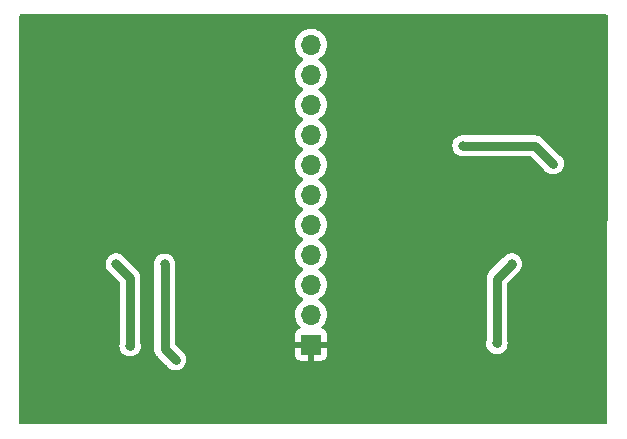
<source format=gbr>
%TF.GenerationSoftware,KiCad,Pcbnew,7.0.2*%
%TF.CreationDate,2023-12-17T17:40:19-05:00*%
%TF.ProjectId,AntSniffer,416e7453-6e69-4666-9665-722e6b696361,rev?*%
%TF.SameCoordinates,Original*%
%TF.FileFunction,Copper,L2,Bot*%
%TF.FilePolarity,Positive*%
%FSLAX46Y46*%
G04 Gerber Fmt 4.6, Leading zero omitted, Abs format (unit mm)*
G04 Created by KiCad (PCBNEW 7.0.2) date 2023-12-17 17:40:19*
%MOMM*%
%LPD*%
G01*
G04 APERTURE LIST*
%TA.AperFunction,ComponentPad*%
%ADD10R,1.700000X1.700000*%
%TD*%
%TA.AperFunction,ComponentPad*%
%ADD11O,1.700000X1.700000*%
%TD*%
%TA.AperFunction,ViaPad*%
%ADD12C,0.800000*%
%TD*%
%TA.AperFunction,Conductor*%
%ADD13C,0.750000*%
%TD*%
G04 APERTURE END LIST*
D10*
%TO.P,J1,1,Pin_1*%
%TO.N,GND*%
X168173400Y-66395600D03*
D11*
%TO.P,J1,2,Pin_2*%
%TO.N,/3V3*%
X168173400Y-63855600D03*
%TO.P,J1,3,Pin_3*%
%TO.N,/A0*%
X168173400Y-61315600D03*
%TO.P,J1,4,Pin_4*%
%TO.N,/RX*%
X168173400Y-58775600D03*
%TO.P,J1,5,Pin_5*%
%TO.N,/RST*%
X168173400Y-56235600D03*
%TO.P,J1,6,Pin_6*%
%TO.N,/TX*%
X168173400Y-53695600D03*
%TO.P,J1,7,Pin_7*%
%TO.N,/A1*%
X168173400Y-51155600D03*
%TO.P,J1,8,Pin_8*%
%TO.N,/PLUG*%
X168173400Y-48615600D03*
%TO.P,J1,9,Pin_9*%
%TO.N,/SDA*%
X168173400Y-46075600D03*
%TO.P,J1,10,Pin_10*%
%TO.N,/SCL*%
X168173400Y-43535600D03*
%TO.P,J1,11,Pin_11*%
%TO.N,/A2*%
X168173400Y-40995600D03*
%TD*%
D12*
%TO.N,/RST*%
X155778200Y-59588400D03*
X156718000Y-67665600D03*
%TO.N,/3V3*%
X152857200Y-66497200D03*
X151688800Y-59563000D03*
X185166000Y-59563000D03*
X183921400Y-66294000D03*
%TO.N,GND*%
X146710400Y-65252600D03*
X182168800Y-57568600D03*
X154609800Y-57580800D03*
X189966600Y-41783000D03*
X154635200Y-53580800D03*
X146888200Y-41935400D03*
X182168800Y-53568600D03*
X182168800Y-45568600D03*
X184251600Y-71729600D03*
X189992000Y-65328800D03*
X154635200Y-45580800D03*
%TO.N,/PLUG*%
X188671200Y-51079400D03*
X181051200Y-49555400D03*
%TD*%
D13*
%TO.N,/RST*%
X155778200Y-59588400D02*
X155778200Y-66725800D01*
X155778200Y-66725800D02*
X156718000Y-67665600D01*
%TO.N,/3V3*%
X183921400Y-66294000D02*
X183921400Y-60807600D01*
X152857200Y-66497200D02*
X152857200Y-60731400D01*
X152857200Y-60731400D02*
X151688800Y-59563000D01*
X183921400Y-60807600D02*
X185166000Y-59563000D01*
%TO.N,/PLUG*%
X187147200Y-49555400D02*
X188671200Y-51079400D01*
X181051200Y-49555400D02*
X187147200Y-49555400D01*
%TD*%
%TA.AperFunction,Conductor*%
%TO.N,GND*%
G36*
X193236539Y-38450385D02*
G01*
X193282294Y-38503189D01*
X193293500Y-38554700D01*
X193293499Y-39146712D01*
X193269874Y-73002187D01*
X193250143Y-73069212D01*
X193197307Y-73114930D01*
X193145874Y-73126100D01*
X143609100Y-73126100D01*
X143542061Y-73106415D01*
X143496306Y-73053611D01*
X143485100Y-73002100D01*
X143485100Y-59562999D01*
X150783340Y-59562999D01*
X150803126Y-59751257D01*
X150861620Y-59931284D01*
X150956266Y-60095216D01*
X151082929Y-60235888D01*
X151223556Y-60338059D01*
X151238352Y-60350696D01*
X151600040Y-60712384D01*
X151945381Y-61057724D01*
X151978866Y-61119047D01*
X151981700Y-61145405D01*
X151981700Y-66257992D01*
X151975632Y-66296308D01*
X151971526Y-66308943D01*
X151951740Y-66497200D01*
X151971526Y-66685457D01*
X152030020Y-66865484D01*
X152124666Y-67029416D01*
X152251329Y-67170089D01*
X152404469Y-67281351D01*
X152577397Y-67358344D01*
X152762552Y-67397700D01*
X152762554Y-67397700D01*
X152951848Y-67397700D01*
X153075283Y-67371462D01*
X153137003Y-67358344D01*
X153309930Y-67281351D01*
X153429471Y-67194500D01*
X153463070Y-67170089D01*
X153496120Y-67133384D01*
X153589733Y-67029416D01*
X153684379Y-66865484D01*
X153742874Y-66685456D01*
X153762660Y-66497200D01*
X153742874Y-66308944D01*
X153738767Y-66296305D01*
X153732700Y-66257992D01*
X153732700Y-60772017D01*
X153733109Y-60761952D01*
X153737539Y-60707554D01*
X153736603Y-60700682D01*
X153726498Y-60626521D01*
X153726107Y-60623322D01*
X153717273Y-60542084D01*
X153717211Y-60541902D01*
X153711856Y-60519050D01*
X153711831Y-60518863D01*
X153683662Y-60442190D01*
X153682546Y-60439021D01*
X153656467Y-60361620D01*
X153656373Y-60361464D01*
X153646226Y-60340290D01*
X153646161Y-60340112D01*
X153602159Y-60271271D01*
X153600420Y-60268468D01*
X153558289Y-60198446D01*
X153558156Y-60198306D01*
X153543703Y-60179817D01*
X153543600Y-60179656D01*
X153485858Y-60121914D01*
X153483516Y-60119508D01*
X153427330Y-60060193D01*
X153427170Y-60060085D01*
X153409077Y-60045133D01*
X152952344Y-59588400D01*
X154872740Y-59588400D01*
X154892526Y-59776657D01*
X154896631Y-59789289D01*
X154902700Y-59827607D01*
X154902700Y-66685179D01*
X154902291Y-66695242D01*
X154897861Y-66749649D01*
X154908888Y-66830590D01*
X154909296Y-66833920D01*
X154918127Y-66915115D01*
X154918190Y-66915302D01*
X154923542Y-66938138D01*
X154923569Y-66938338D01*
X154951740Y-67015020D01*
X154952855Y-67018186D01*
X154978933Y-67095581D01*
X154979031Y-67095744D01*
X154989170Y-67116902D01*
X154989237Y-67117085D01*
X155033246Y-67185939D01*
X155035015Y-67188791D01*
X155077110Y-67258753D01*
X155077241Y-67258891D01*
X155091694Y-67277379D01*
X155091800Y-67277544D01*
X155149595Y-67335339D01*
X155151902Y-67337710D01*
X155208068Y-67397005D01*
X155208071Y-67397007D01*
X155208224Y-67397111D01*
X155226321Y-67412065D01*
X155937579Y-68123323D01*
X155957285Y-68149004D01*
X155985466Y-68197816D01*
X156112129Y-68338489D01*
X156265269Y-68449751D01*
X156438197Y-68526744D01*
X156623352Y-68566100D01*
X156623354Y-68566100D01*
X156812648Y-68566100D01*
X156936083Y-68539862D01*
X156997803Y-68526744D01*
X157170730Y-68449751D01*
X157323871Y-68338488D01*
X157450533Y-68197816D01*
X157545179Y-68033884D01*
X157603674Y-67853856D01*
X157623460Y-67665600D01*
X157603674Y-67477344D01*
X157558304Y-67337710D01*
X157545179Y-67297315D01*
X157450533Y-67133383D01*
X157323870Y-66992710D01*
X157183243Y-66890540D01*
X157168447Y-66877903D01*
X156690019Y-66399475D01*
X156656534Y-66338152D01*
X156653700Y-66311794D01*
X156653700Y-63855599D01*
X166817740Y-63855599D01*
X166838336Y-64091007D01*
X166883109Y-64258102D01*
X166899497Y-64319263D01*
X166999365Y-64533430D01*
X167134905Y-64727001D01*
X167134908Y-64727004D01*
X167257218Y-64849314D01*
X167290703Y-64910637D01*
X167285719Y-64980329D01*
X167243847Y-65036262D01*
X167212872Y-65053176D01*
X167081313Y-65102246D01*
X166966211Y-65188411D01*
X166880047Y-65303510D01*
X166829800Y-65438228D01*
X166823754Y-65494467D01*
X166823400Y-65501081D01*
X166823400Y-66145600D01*
X167739714Y-66145600D01*
X167713907Y-66185756D01*
X167673400Y-66323711D01*
X167673400Y-66467489D01*
X167713907Y-66605444D01*
X167739714Y-66645600D01*
X166823400Y-66645600D01*
X166823400Y-67290118D01*
X166823754Y-67296732D01*
X166829800Y-67352971D01*
X166880047Y-67487689D01*
X166966211Y-67602788D01*
X167081310Y-67688952D01*
X167216028Y-67739199D01*
X167272267Y-67745245D01*
X167278882Y-67745600D01*
X167923400Y-67745600D01*
X167923400Y-66831101D01*
X168031085Y-66880280D01*
X168137637Y-66895600D01*
X168209163Y-66895600D01*
X168315715Y-66880280D01*
X168423400Y-66831101D01*
X168423400Y-67745600D01*
X169067918Y-67745600D01*
X169074532Y-67745245D01*
X169130771Y-67739199D01*
X169265489Y-67688952D01*
X169380588Y-67602788D01*
X169466752Y-67487689D01*
X169516999Y-67352971D01*
X169523045Y-67296732D01*
X169523400Y-67290118D01*
X169523400Y-66645600D01*
X168607086Y-66645600D01*
X168632893Y-66605444D01*
X168673400Y-66467489D01*
X168673400Y-66323711D01*
X168664676Y-66294000D01*
X183015940Y-66294000D01*
X183023208Y-66363156D01*
X183035726Y-66482257D01*
X183094220Y-66662284D01*
X183188866Y-66826216D01*
X183315529Y-66966889D01*
X183468669Y-67078151D01*
X183641597Y-67155144D01*
X183826752Y-67194500D01*
X183826754Y-67194500D01*
X184016048Y-67194500D01*
X184139483Y-67168262D01*
X184201203Y-67155144D01*
X184374130Y-67078151D01*
X184527271Y-66966888D01*
X184653933Y-66826216D01*
X184748579Y-66662284D01*
X184807074Y-66482256D01*
X184826860Y-66294000D01*
X184807074Y-66105744D01*
X184802967Y-66093105D01*
X184796900Y-66054792D01*
X184796900Y-61221605D01*
X184816585Y-61154566D01*
X184833219Y-61133924D01*
X185205191Y-60761952D01*
X185616449Y-60350693D01*
X185631231Y-60338067D01*
X185771871Y-60235888D01*
X185898533Y-60095216D01*
X185993179Y-59931284D01*
X186051674Y-59751256D01*
X186071460Y-59563000D01*
X186051674Y-59374744D01*
X185993179Y-59194716D01*
X185993179Y-59194715D01*
X185898533Y-59030783D01*
X185771870Y-58890110D01*
X185618730Y-58778848D01*
X185445802Y-58701855D01*
X185260648Y-58662500D01*
X185260646Y-58662500D01*
X185071354Y-58662500D01*
X185071352Y-58662500D01*
X184886197Y-58701855D01*
X184713269Y-58778848D01*
X184560129Y-58890110D01*
X184433468Y-59030782D01*
X184405284Y-59079597D01*
X184385579Y-59105275D01*
X183331053Y-60159801D01*
X183323650Y-60166626D01*
X183282042Y-60201969D01*
X183232602Y-60267005D01*
X183230536Y-60269649D01*
X183179366Y-60333307D01*
X183179283Y-60333476D01*
X183166922Y-60353406D01*
X183166799Y-60353566D01*
X183132493Y-60427717D01*
X183131043Y-60430741D01*
X183094757Y-60503908D01*
X183094709Y-60504102D01*
X183086925Y-60526212D01*
X183086839Y-60526397D01*
X183069273Y-60606195D01*
X183068507Y-60609461D01*
X183048799Y-60688713D01*
X183048794Y-60688910D01*
X183045945Y-60712174D01*
X183045900Y-60712378D01*
X183045900Y-60794062D01*
X183045855Y-60797420D01*
X183043643Y-60879071D01*
X183043678Y-60879253D01*
X183045900Y-60902624D01*
X183045900Y-66054792D01*
X183039832Y-66093105D01*
X183035726Y-66105744D01*
X183015940Y-66294000D01*
X168664676Y-66294000D01*
X168632893Y-66185756D01*
X168607086Y-66145600D01*
X169523400Y-66145600D01*
X169523400Y-65501081D01*
X169523045Y-65494467D01*
X169516999Y-65438228D01*
X169466752Y-65303510D01*
X169380588Y-65188411D01*
X169265488Y-65102247D01*
X169133928Y-65053177D01*
X169077994Y-65011305D01*
X169053578Y-64945840D01*
X169068430Y-64877567D01*
X169089575Y-64849320D01*
X169211895Y-64727001D01*
X169347435Y-64533430D01*
X169447303Y-64319263D01*
X169508463Y-64091008D01*
X169529059Y-63855600D01*
X169508463Y-63620192D01*
X169447303Y-63391937D01*
X169347435Y-63177771D01*
X169211895Y-62984199D01*
X169044801Y-62817105D01*
X168859239Y-62687173D01*
X168815616Y-62632598D01*
X168808422Y-62563100D01*
X168839945Y-62500745D01*
X168859237Y-62484028D01*
X169044801Y-62354095D01*
X169211895Y-62187001D01*
X169347435Y-61993430D01*
X169447303Y-61779263D01*
X169508463Y-61551008D01*
X169529059Y-61315600D01*
X169508463Y-61080192D01*
X169447303Y-60851937D01*
X169347435Y-60637771D01*
X169211895Y-60444199D01*
X169044801Y-60277105D01*
X168859239Y-60147173D01*
X168815617Y-60092598D01*
X168808424Y-60023099D01*
X168839946Y-59960745D01*
X168859237Y-59944028D01*
X169044801Y-59814095D01*
X169211895Y-59647001D01*
X169347435Y-59453430D01*
X169447303Y-59239263D01*
X169508463Y-59011008D01*
X169529059Y-58775600D01*
X169508463Y-58540192D01*
X169447303Y-58311937D01*
X169347435Y-58097771D01*
X169211895Y-57904199D01*
X169044801Y-57737105D01*
X168859239Y-57607173D01*
X168815617Y-57552598D01*
X168808424Y-57483099D01*
X168839946Y-57420745D01*
X168859237Y-57404028D01*
X169044801Y-57274095D01*
X169211895Y-57107001D01*
X169347435Y-56913430D01*
X169447303Y-56699263D01*
X169508463Y-56471008D01*
X169529059Y-56235600D01*
X169508463Y-56000192D01*
X169447303Y-55771937D01*
X169347435Y-55557771D01*
X169211895Y-55364199D01*
X169044801Y-55197105D01*
X168859239Y-55067173D01*
X168815616Y-55012598D01*
X168808422Y-54943100D01*
X168839945Y-54880745D01*
X168859237Y-54864028D01*
X169044801Y-54734095D01*
X169211895Y-54567001D01*
X169347435Y-54373430D01*
X169447303Y-54159263D01*
X169508463Y-53931008D01*
X169529059Y-53695600D01*
X169508463Y-53460192D01*
X169447303Y-53231937D01*
X169347435Y-53017771D01*
X169211895Y-52824199D01*
X169044801Y-52657105D01*
X168859239Y-52527173D01*
X168815616Y-52472598D01*
X168808422Y-52403100D01*
X168839945Y-52340745D01*
X168859237Y-52324028D01*
X169044801Y-52194095D01*
X169211895Y-52027001D01*
X169347435Y-51833430D01*
X169447303Y-51619263D01*
X169508463Y-51391008D01*
X169529059Y-51155600D01*
X169508463Y-50920192D01*
X169447303Y-50691937D01*
X169347435Y-50477771D01*
X169211895Y-50284199D01*
X169044801Y-50117105D01*
X168859239Y-49987173D01*
X168815617Y-49932598D01*
X168808424Y-49863099D01*
X168839946Y-49800745D01*
X168859237Y-49784028D01*
X169044801Y-49654095D01*
X169143497Y-49555399D01*
X180145740Y-49555399D01*
X180165526Y-49743657D01*
X180224020Y-49923684D01*
X180318666Y-50087616D01*
X180445329Y-50228289D01*
X180598469Y-50339551D01*
X180771397Y-50416544D01*
X180956552Y-50455900D01*
X180956554Y-50455900D01*
X181145847Y-50455900D01*
X181250713Y-50433610D01*
X181276494Y-50430900D01*
X186733194Y-50430900D01*
X186800233Y-50450585D01*
X186820875Y-50467219D01*
X187890777Y-51537120D01*
X187910483Y-51562801D01*
X187938666Y-51611615D01*
X188065329Y-51752289D01*
X188218469Y-51863551D01*
X188391397Y-51940544D01*
X188576552Y-51979900D01*
X188576554Y-51979900D01*
X188765848Y-51979900D01*
X188889284Y-51953662D01*
X188951003Y-51940544D01*
X189123930Y-51863551D01*
X189277071Y-51752288D01*
X189403733Y-51611616D01*
X189498379Y-51447684D01*
X189556874Y-51267656D01*
X189576660Y-51079400D01*
X189556874Y-50891144D01*
X189498379Y-50711116D01*
X189498379Y-50711115D01*
X189403733Y-50547183D01*
X189277070Y-50406510D01*
X189136443Y-50304340D01*
X189121647Y-50291703D01*
X187794993Y-48965049D01*
X187788165Y-48957642D01*
X187752834Y-48916046D01*
X187752832Y-48916045D01*
X187752831Y-48916043D01*
X187687790Y-48866601D01*
X187685161Y-48864545D01*
X187668319Y-48851007D01*
X187621497Y-48813370D01*
X187621494Y-48813368D01*
X187621490Y-48813365D01*
X187621320Y-48813281D01*
X187601387Y-48800917D01*
X187601235Y-48800801D01*
X187527096Y-48766500D01*
X187524072Y-48765050D01*
X187450892Y-48728758D01*
X187450699Y-48728710D01*
X187428575Y-48720920D01*
X187428396Y-48720837D01*
X187348612Y-48703274D01*
X187345346Y-48702509D01*
X187266085Y-48682799D01*
X187265889Y-48682794D01*
X187242618Y-48679944D01*
X187242418Y-48679900D01*
X187242416Y-48679900D01*
X187160737Y-48679900D01*
X187157379Y-48679855D01*
X187075728Y-48677643D01*
X187075727Y-48677643D01*
X187075542Y-48677678D01*
X187052176Y-48679900D01*
X181276494Y-48679900D01*
X181250713Y-48677190D01*
X181145847Y-48654900D01*
X181145846Y-48654900D01*
X180956554Y-48654900D01*
X180956552Y-48654900D01*
X180771397Y-48694255D01*
X180598469Y-48771248D01*
X180445329Y-48882510D01*
X180318666Y-49023183D01*
X180224020Y-49187115D01*
X180165526Y-49367142D01*
X180145740Y-49555399D01*
X169143497Y-49555399D01*
X169211895Y-49487001D01*
X169347435Y-49293430D01*
X169447303Y-49079263D01*
X169508463Y-48851008D01*
X169529059Y-48615600D01*
X169508463Y-48380192D01*
X169447303Y-48151937D01*
X169347435Y-47937771D01*
X169211895Y-47744199D01*
X169044801Y-47577105D01*
X168859239Y-47447173D01*
X168815617Y-47392598D01*
X168808424Y-47323099D01*
X168839946Y-47260745D01*
X168859237Y-47244028D01*
X169044801Y-47114095D01*
X169211895Y-46947001D01*
X169347435Y-46753430D01*
X169447303Y-46539263D01*
X169508463Y-46311008D01*
X169529059Y-46075600D01*
X169508463Y-45840192D01*
X169447303Y-45611937D01*
X169347435Y-45397771D01*
X169211895Y-45204199D01*
X169044801Y-45037105D01*
X168859239Y-44907173D01*
X168815616Y-44852598D01*
X168808422Y-44783100D01*
X168839945Y-44720745D01*
X168859237Y-44704028D01*
X169044801Y-44574095D01*
X169211895Y-44407001D01*
X169347435Y-44213430D01*
X169447303Y-43999263D01*
X169508463Y-43771008D01*
X169529059Y-43535600D01*
X169508463Y-43300192D01*
X169447303Y-43071937D01*
X169347435Y-42857771D01*
X169211895Y-42664199D01*
X169044801Y-42497105D01*
X168859239Y-42367173D01*
X168815616Y-42312598D01*
X168808422Y-42243100D01*
X168839945Y-42180745D01*
X168859237Y-42164028D01*
X169044801Y-42034095D01*
X169211895Y-41867001D01*
X169347435Y-41673430D01*
X169447303Y-41459263D01*
X169508463Y-41231008D01*
X169529059Y-40995600D01*
X169508463Y-40760192D01*
X169447303Y-40531937D01*
X169347435Y-40317771D01*
X169211895Y-40124199D01*
X169044801Y-39957105D01*
X168851230Y-39821565D01*
X168637063Y-39721697D01*
X168575901Y-39705309D01*
X168408807Y-39660536D01*
X168173400Y-39639940D01*
X167937992Y-39660536D01*
X167709736Y-39721697D01*
X167495570Y-39821565D01*
X167301998Y-39957105D01*
X167134905Y-40124198D01*
X166999365Y-40317770D01*
X166899497Y-40531936D01*
X166838336Y-40760192D01*
X166817740Y-40995600D01*
X166838336Y-41231007D01*
X166883109Y-41398102D01*
X166899497Y-41459263D01*
X166999365Y-41673430D01*
X167134905Y-41867001D01*
X167301999Y-42034095D01*
X167487560Y-42164026D01*
X167531183Y-42218602D01*
X167538376Y-42288101D01*
X167506854Y-42350455D01*
X167487559Y-42367175D01*
X167301995Y-42497108D01*
X167134905Y-42664198D01*
X166999365Y-42857770D01*
X166899497Y-43071936D01*
X166838336Y-43300192D01*
X166817740Y-43535599D01*
X166838336Y-43771007D01*
X166883109Y-43938101D01*
X166899497Y-43999263D01*
X166999365Y-44213430D01*
X167134905Y-44407001D01*
X167301999Y-44574095D01*
X167487560Y-44704026D01*
X167531183Y-44758602D01*
X167538376Y-44828101D01*
X167506854Y-44890455D01*
X167487559Y-44907175D01*
X167301995Y-45037108D01*
X167134905Y-45204198D01*
X166999365Y-45397770D01*
X166899497Y-45611936D01*
X166838336Y-45840192D01*
X166817740Y-46075600D01*
X166838336Y-46311007D01*
X166883109Y-46478101D01*
X166899497Y-46539263D01*
X166999365Y-46753430D01*
X167134905Y-46947001D01*
X167301999Y-47114095D01*
X167487560Y-47244026D01*
X167531183Y-47298602D01*
X167538376Y-47368101D01*
X167506854Y-47430455D01*
X167487559Y-47447175D01*
X167301995Y-47577108D01*
X167134905Y-47744198D01*
X166999365Y-47937770D01*
X166899497Y-48151936D01*
X166838336Y-48380192D01*
X166817740Y-48615599D01*
X166838336Y-48851007D01*
X166868894Y-48965049D01*
X166899497Y-49079263D01*
X166999365Y-49293430D01*
X167134905Y-49487001D01*
X167301999Y-49654095D01*
X167487560Y-49784026D01*
X167531183Y-49838602D01*
X167538376Y-49908101D01*
X167506854Y-49970455D01*
X167487559Y-49987175D01*
X167301995Y-50117108D01*
X167134905Y-50284198D01*
X166999365Y-50477770D01*
X166899497Y-50691936D01*
X166838336Y-50920192D01*
X166817740Y-51155599D01*
X166838336Y-51391007D01*
X166853523Y-51447684D01*
X166899497Y-51619263D01*
X166999365Y-51833430D01*
X167134905Y-52027001D01*
X167301999Y-52194095D01*
X167487560Y-52324026D01*
X167531183Y-52378602D01*
X167538376Y-52448101D01*
X167506854Y-52510455D01*
X167487559Y-52527175D01*
X167301995Y-52657108D01*
X167134905Y-52824198D01*
X166999365Y-53017770D01*
X166899497Y-53231936D01*
X166838336Y-53460192D01*
X166817740Y-53695600D01*
X166838336Y-53931007D01*
X166883109Y-54098102D01*
X166899497Y-54159263D01*
X166999365Y-54373430D01*
X167134905Y-54567001D01*
X167301999Y-54734095D01*
X167487560Y-54864026D01*
X167531183Y-54918602D01*
X167538376Y-54988101D01*
X167506854Y-55050455D01*
X167487559Y-55067175D01*
X167301995Y-55197108D01*
X167134905Y-55364198D01*
X166999365Y-55557770D01*
X166899497Y-55771936D01*
X166838336Y-56000192D01*
X166817740Y-56235599D01*
X166838336Y-56471007D01*
X166883109Y-56638101D01*
X166899497Y-56699263D01*
X166999365Y-56913430D01*
X167134905Y-57107001D01*
X167301999Y-57274095D01*
X167487560Y-57404026D01*
X167531183Y-57458602D01*
X167538376Y-57528101D01*
X167506854Y-57590455D01*
X167487559Y-57607175D01*
X167301995Y-57737108D01*
X167134905Y-57904198D01*
X166999365Y-58097770D01*
X166899497Y-58311936D01*
X166838336Y-58540192D01*
X166817740Y-58775600D01*
X166838336Y-59011007D01*
X166856715Y-59079597D01*
X166899497Y-59239263D01*
X166999365Y-59453430D01*
X167134905Y-59647001D01*
X167301999Y-59814095D01*
X167487560Y-59944026D01*
X167531183Y-59998602D01*
X167538376Y-60068101D01*
X167506854Y-60130455D01*
X167487558Y-60147175D01*
X167312648Y-60269649D01*
X167301995Y-60277108D01*
X167134905Y-60444198D01*
X166999365Y-60637770D01*
X166899497Y-60851936D01*
X166838336Y-61080192D01*
X166817740Y-61315599D01*
X166838336Y-61551007D01*
X166883109Y-61718102D01*
X166899497Y-61779263D01*
X166999365Y-61993430D01*
X167134905Y-62187001D01*
X167301999Y-62354095D01*
X167487560Y-62484026D01*
X167531183Y-62538602D01*
X167538376Y-62608101D01*
X167506854Y-62670455D01*
X167487559Y-62687175D01*
X167301995Y-62817108D01*
X167134905Y-62984198D01*
X166999365Y-63177770D01*
X166899497Y-63391936D01*
X166838336Y-63620192D01*
X166817740Y-63855599D01*
X156653700Y-63855599D01*
X156653700Y-59827607D01*
X156659769Y-59789289D01*
X156663874Y-59776656D01*
X156683660Y-59588400D01*
X156663874Y-59400144D01*
X156633532Y-59306763D01*
X156605379Y-59220115D01*
X156510733Y-59056183D01*
X156384070Y-58915510D01*
X156230930Y-58804248D01*
X156058002Y-58727255D01*
X155872848Y-58687900D01*
X155872846Y-58687900D01*
X155683554Y-58687900D01*
X155683552Y-58687900D01*
X155498397Y-58727255D01*
X155325469Y-58804248D01*
X155172329Y-58915510D01*
X155045666Y-59056183D01*
X154951020Y-59220115D01*
X154892526Y-59400142D01*
X154872740Y-59588400D01*
X152952344Y-59588400D01*
X152469218Y-59105274D01*
X152449511Y-59079591D01*
X152421333Y-59030783D01*
X152294670Y-58890110D01*
X152141530Y-58778848D01*
X151968602Y-58701855D01*
X151783448Y-58662500D01*
X151783446Y-58662500D01*
X151594154Y-58662500D01*
X151594152Y-58662500D01*
X151408997Y-58701855D01*
X151236069Y-58778848D01*
X151082929Y-58890110D01*
X150956266Y-59030783D01*
X150861620Y-59194715D01*
X150803126Y-59374742D01*
X150783340Y-59562999D01*
X143485100Y-59562999D01*
X143485100Y-38554700D01*
X143504785Y-38487661D01*
X143557589Y-38441906D01*
X143609100Y-38430700D01*
X193169500Y-38430700D01*
X193236539Y-38450385D01*
G37*
%TD.AperFunction*%
%TD*%
M02*

</source>
